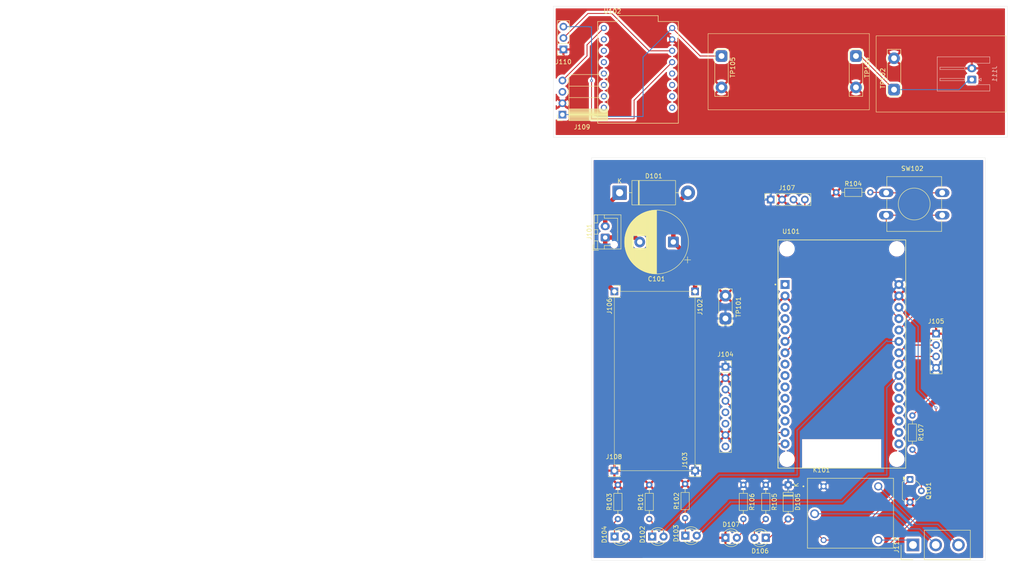
<source format=kicad_pcb>
(kicad_pcb (version 20241229) (generator "pcbnew") (generator_version "9.0")
  (title_block (date "2025-11-03"))
  (layers (0 "F.Cu" signal) (2 "B.Cu" signal) (13 "F.Paste" user) (15 "B.Paste" user) (5 "F.SilkS" user "F.Silkscreen") (7 "B.SilkS" user "B.Silkscreen") (1 "F.Mask" user) (3 "B.Mask" user) (25 "Edge.Cuts" user))
  (net 0 "")
  (net 1 "GND")
  (net 2 "VCC")
  (net 3 "D21")
  (net 4 "D22")
  (net 8 "D26")
  (net 9 "D25")
  (net 10 "D16")
  (net 11 "D17")
  (net 12 "/D27")
  (net 15 "/D13")
  (net 28 "/12V-")
  (net 29 "/12V+ DO")
  (net 30 "/12V+DI")
  (net 31 "Net-(D102-K)")
  (net 33 "Net-(D103-K)")
  (net 34 "/D33")
  (net 36 "Net-(D104-K)")
  (net 37 "Net-(R104-Pad2)")
  (net 38 "Net-(D105-A)")
  (net 39 "/D12")
  (net 49 "/VCCs")
  (net 50 "/GNDs")
  (net 52 "/4")
  (net 53 "/VCCb")
  (net 54 "/5")
  (net 55 "/3.3V")
  (net 58 "Net-(D106-A)")
  (net 59 "Net-(D107-A)")
  (net 60 "Net-(Q101-B)")
  (net 61 "D14")
  (net 62 "/NO")
  (net 63 "/NC")
  (net 64 "/COM")
  (footprint "Connector_PinSocket_2.54mm:PinSocket_1x04_P2.54mm_Vertical" (layer "F.Cu") (at 229.98 79.525 90)
    (property "Reference" "J107" (at 2.6 3.62 180) (layer "F.SilkS"))
    (property "Value" "Conn_01x04_Pin GSM")
    (pad "1" thru_hole rect (at 0 0 90) (size 1.7 1.7) (drill 1) (layers "*.Cu" "*.Mask") (net 2 "VCC"))
    (pad "2" thru_hole circle (at 0 2.54 90) (size 1.7 1.7) (drill 1) (layers "*.Cu" "*.Mask") (net 1 "GND"))
    (pad "3" thru_hole circle (at 0 5.08 90) (size 1.7 1.7) (drill 1) (layers "*.Cu" "*.Mask") (net 10 "D16"))
    (pad "4" thru_hole circle (at 0 7.62 90) (size 1.7 1.7) (drill 1) (layers "*.Cu" "*.Mask") (net 11 "D17"))
  )
  (footprint "Connector_PinSocket_2.54mm:PinSocket_1x01_P2.54mm_Vertical" (layer "F.Cu") (at 195.1 140.025)
    (property "Reference" "J108" (at -0.1 -3.1 0) (layer "F.SilkS"))
    (property "Value" "Conn_01x01_Socket BC out -")
    (pad "1" thru_hole rect (at 0 0) (size 1.7 1.7) (drill 1) (layers "*.Cu" "*.Mask") (net 1 "GND"))
  )
  (footprint "Resistor_THT:R_Axial_DIN0204_L3.6mm_D1.6mm_P7.62mm_Horizontal" (layer "F.Cu") (at 210.88 150.61 90)
    (property "Reference" "R102" (at 3.81 -1.92 90) (layer "F.SilkS"))
    (property "Value" "R")
    (pad "1" thru_hole circle (at 0 0 90) (size 1.4 1.4) (drill 0.7) (layers "*.Cu" "*.Mask") (net 33 "Net-(D103-K)"))
    (pad "2" thru_hole circle (at 7.62 0 90) (size 1.4 1.4) (drill 0.7) (layers "*.Cu" "*.Mask") (net 1 "GND"))
  )
  (footprint "Connector_PinSocket_2.54mm:PinSocket_1x08_P2.54mm_Vertical" (layer "F.Cu") (at 219.88 116.84)
    (property "Reference" "J104" (at 0 -2.77 0) (layer "F.SilkS"))
    (property "Value" "Conn_01x08_Socket MPU6050")
    (pad "1" thru_hole rect (at 0 0) (size 1.7 1.7) (drill 1) (layers "*.Cu" "*.Mask") (net 2 "VCC"))
    (pad "2" thru_hole circle (at 0 2.54) (size 1.7 1.7) (drill 1) (layers "*.Cu" "*.Mask") (net 1 "GND"))
    (pad "3" thru_hole circle (at 0 5.08) (size 1.7 1.7) (drill 1) (layers "*.Cu" "*.Mask") (net 4 "D22"))
    (pad "4" thru_hole circle (at 0 7.62) (size 1.7 1.7) (drill 1) (layers "*.Cu" "*.Mask") (net 3 "D21"))
    (pad "5" thru_hole circle (at 0 10.16) (size 1.7 1.7) (drill 1) (layers "*.Cu" "*.Mask"))
    (pad "6" thru_hole circle (at 0 12.7) (size 1.7 1.7) (drill 1) (layers "*.Cu" "*.Mask"))
    (pad "7" thru_hole circle (at 0 15.24) (size 1.7 1.7) (drill 1) (layers "*.Cu" "*.Mask") (net 1 "GND"))
    (pad "8" thru_hole circle (at 0 17.78) (size 1.7 1.7) (drill 1) (layers "*.Cu" "*.Mask"))
  )
  (footprint "Battery_Charger:Battery_Charger_TD4056_Module" (layer "F.Cu") (at 268 51 90)
    (property "Reference" "TP102" (at -1.46 -13 90) (layer "F.SilkS"))
    (property "Value" "TestPoint_2Pole Bat in")
    (pad "1" thru_hole roundrect (at -4 -10.5 90) (size 2.6 2.6) (drill 1.3) (layers "*.Cu" "*.Mask") (net 49 "/VCCs"))
    (pad "2" thru_hole circle (at 3 -10.5 90) (size 2.6 2.6) (drill 1.3) (layers "*.Cu" "*.Mask") (net 50 "/GNDs"))
  )
  (footprint "Connector_PinSocket_2.54mm:PinSocket_1x03_P2.54mm_Vertical" (layer "F.Cu") (at 183.725 46.025 180)
    (property "Reference" "J110" (at 0 -2.77 0) (layer "F.SilkS"))
    (property "Value" "Conn_01x03_Socket DHT22")
    (pad "1" thru_hole rect (at 0 0 180) (size 1.7 1.7) (drill 1) (layers "*.Cu" "*.Mask") (net 50 "/GNDs"))
    (pad "2" thru_hole circle (at 0 2.54 180) (size 1.7 1.7) (drill 1) (layers "*.Cu" "*.Mask") (net 55 "/3.3V"))
    (pad "3" thru_hole circle (at 0 5.08 180) (size 1.7 1.7) (drill 1) (layers "*.Cu" "*.Mask") (net 52 "/4"))
  )
  (footprint "LED_THT:LED_D3.0mm_Clear" (layer "F.Cu") (at 219.88 155)
    (property "Reference" "D107" (at 1.27 -2.96 0) (layer "F.SilkS"))
    (property "Value" "LED")
    (pad "1" thru_hole rect (at 0 0) (size 1.8 1.8) (drill 0.9) (layers "*.Cu" "*.Mask") (net 1 "GND"))
    (pad "2" thru_hole circle (at 2.54 0) (size 1.8 1.8) (drill 0.9) (layers "*.Cu" "*.Mask") (net 59 "Net-(D107-A)"))
  )
  (footprint "LED_THT:LED_D3.0mm_Clear" (layer "F.Cu") (at 228.88 155 180)
    (property "Reference" "D106" (at 1.27 -2.96 0) (layer "F.SilkS"))
    (property "Value" "LED")
    (pad "1" thru_hole rect (at 0 0 180) (size 1.8 1.8) (drill 0.9) (layers "*.Cu" "*.Mask") (net 38 "Net-(D105-A)"))
    (pad "2" thru_hole circle (at 2.54 0 180) (size 1.8 1.8) (drill 0.9) (layers "*.Cu" "*.Mask") (net 58 "Net-(D106-A)"))
  )
  (footprint "Resistor_THT:R_Axial_DIN0204_L3.6mm_D1.6mm_P7.62mm_Horizontal" (layer "F.Cu") (at 195.88 150.81 90)
    (property "Reference" "R103" (at 3.81 -1.92 90) (layer "F.SilkS"))
    (property "Value" "R")
    (pad "1" thru_hole circle (at 0 0 90) (size 1.4 1.4) (drill 0.7) (layers "*.Cu" "*.Mask") (net 36 "Net-(D104-K)"))
    (pad "2" thru_hole circle (at 7.62 0 90) (size 1.4 1.4) (drill 0.7) (layers "*.Cu" "*.Mask") (net 1 "GND"))
  )
  (footprint "TestPoint:TestPoint_2Pads_Pitch5.08mm_Drill1.3mm" (layer "F.Cu") (at 219.88 106.065 90)
    (property "Reference" "TP101" (at 2.54 2.9 90) (layer "F.SilkS"))
    (property "Value" "TestPoint_2Pole SIM900a PWR")
    (pad "1" thru_hole roundrect (at 0 0 90) (size 2.6 2.6) (drill 1.3) (layers "*.Cu" "*.Mask") (net 2 "VCC"))
    (pad "2" thru_hole circle (at 5.08 0 90) (size 2.6 2.6) (drill 1.3) (layers "*.Cu" "*.Mask") (net 1 "GND"))
  )
  (footprint "Resistor_THT:R_Axial_DIN0204_L3.6mm_D1.6mm_P7.62mm_Horizontal" (layer "F.Cu") (at 228.88 143.19 -90)
    (property "Reference" "R105" (at 3.81 -1.92 90) (layer "F.SilkS"))
    (property "Value" "R")
    (pad "1" thru_hole circle (at 0 0 270) (size 1.4 1.4) (drill 0.7) (layers "*.Cu" "*.Mask") (net 2 "VCC"))
    (pad "2" thru_hole circle (at 7.62 0 270) (size 1.4 1.4) (drill 0.7) (layers "*.Cu" "*.Mask") (net 58 "Net-(D106-A)"))
  )
  (footprint "LED_THT:LED_D3.0mm_Clear" (layer "F.Cu") (at 210.93 154.525)
    (property "Reference" "D103" (at -2.08 -0.5 90) (layer "F.SilkS"))
    (property "Value" "LED")
    (pad "1" thru_hole rect (at 0 0) (size 1.8 1.8) (drill 0.9) (layers "*.Cu" "*.Mask") (net 33 "Net-(D103-K)"))
    (pad "2" thru_hole circle (at 2.54 0) (size 1.8 1.8) (drill 0.9) (layers "*.Cu" "*.Mask") (net 34 "/D33"))
  )
  (footprint "Package_TO_SOT_THT:TO-92L_Wide" (layer "F.Cu") (at 261.06 141.985 -90)
    (property "Reference" "Q101" (at 2.55 -4.15 90) (layer "F.SilkS"))
    (property "Value" "NPN")
    (pad "1" thru_hole roundrect (at 0 0 270) (size 1.5 1.5) (drill 0.8) (layers "*.Cu" "*.Mask") (roundrect_rratio 0.1666666667) (net 38 "Net-(D105-A)"))
    (pad "2" thru_hole circle (at 2.54 -2.54 270) (size 1.5 1.5) (drill 0.8) (layers "*.Cu" "*.Mask") (net 60 "Net-(Q101-B)"))
    (pad "3" thru_hole circle (at 5.08 0 270) (size 1.5 1.5) (drill 0.8) (layers "*.Cu" "*.Mask") (net 1 "GND"))
  )
  (footprint "Button_Switch_THT:SW_PUSH-12mm" (layer "F.Cu") (at 255.75 78.025)
    (property "Reference" "SW102" (at 5.83 -5.41 0) (layer "F.SilkS"))
    (property "Value" "SW_Push")
    (pad "1" thru_hole oval (at 0 0) (size 3.2 1.9) (drill 1.3) (layers "*.Cu" "*.Mask") (net 37 "Net-(R104-Pad2)"))
    (pad "1" thru_hole oval (at 12.5 0) (size 3.2 1.9) (drill 1.3) (layers "*.Cu" "*.Mask") (net 37 "Net-(R104-Pad2)"))
    (pad "2" thru_hole oval (at 0 5) (size 3.2 1.9) (drill 1.3) (layers "*.Cu" "*.Mask") (net 39 "/D12"))
    (pad "2" thru_hole oval (at 12.5 5) (size 3.2 1.9) (drill 1.3) (layers "*.Cu" "*.Mask") (net 39 "/D12"))
  )
  (footprint "Connector_PinSocket_2.54mm:PinSocket_1x04_P2.54mm_Vertical" (layer "F.Cu") (at 266.88 109.46)
    (property "Reference" "J105" (at 0 -2.77 0) (layer "F.SilkS"))
    (property "Value" "Conn_01x04_Socket GPS")
    (pad "1" thru_hole rect (at 0 0) (size 1.7 1.7) (drill 1) (layers "*.Cu" "*.Mask") (net 1 "GND"))
    (pad "2" thru_hole circle (at 0 2.54) (size 1.7 1.7) (drill 1) (layers "*.Cu" "*.Mask") (net 8 "D26"))
    (pad "3" thru_hole circle (at 0 5.08) (size 1.7 1.7) (drill 1) (layers "*.Cu" "*.Mask") (net 9 "D25"))
    (pad "4" thru_hole circle (at 0 7.62) (size 1.7 1.7) (drill 1) (layers "*.Cu" "*.Mask") (net 2 "VCC"))
  )
  (footprint "TestPoint:TestPoint_2Pads_Pitch7mm_Drill1.3mm" (layer "F.Cu") (at 238.5 51.5 -90)
    (property "Reference" "TP104" (at -1.46 -13 90) (layer "F.SilkS"))
    (property "Value" "TestPoint_2Pole Boost in")
    (pad "1" thru_hole roundrect (at -4 -10.5 270) (size 2.6 2.6) (drill 1.3) (layers "*.Cu" "*.Mask") (net 49 "/VCCs"))
    (pad "2" thru_hole circle (at 3 -10.5 270) (size 2.6 2.6) (drill 1.3) (layers "*.Cu" "*.Mask") (net 50 "/GNDs"))
  )
  (footprint "Connector_PinSocket_2.54mm:PinSocket_1x01_P2.54mm_Vertical" (layer "F.Cu") (at 195.1 100.025)
    (property "Reference" "J106" (at -1.1 3.3 90) (layer "F.SilkS"))
    (property "Value" "Conn_01x01_Socket BC in-")
    (pad "1" thru_hole rect (at 0 0) (size 1.7 1.7) (drill 1) (layers "*.Cu" "*.Mask") (net 28 "/12V-"))
  )
  (footprint "Resistor_THT:R_Axial_DIN0204_L3.6mm_D1.6mm_P7.62mm_Horizontal" (layer "F.Cu") (at 261.6 127.715 -90)
    (property "Reference" "R107" (at 3.81 -1.92 90) (layer "F.SilkS"))
    (property "Value" "R")
    (pad "1" thru_hole circle (at 0 0 270) (size 1.4 1.4) (drill 0.7) (layers "*.Cu" "*.Mask") (net 61 "D14"))
    (pad "2" thru_hole circle (at 7.62 0 270) (size 1.4 1.4) (drill 0.7) (layers "*.Cu" "*.Mask") (net 60 "Net-(Q101-B)"))
  )
  (footprint "Resistor_THT:R_Axial_DIN0204_L3.6mm_D1.6mm_P7.62mm_Horizontal" (layer "F.Cu") (at 202.88 150.81 90)
    (property "Reference" "R101" (at 3.81 -1.92 90) (layer "F.SilkS"))
    (property "Value" "R")
    (pad "1" thru_hole circle (at 0 0 90) (size 1.4 1.4) (drill 0.7) (layers "*.Cu" "*.Mask") (net 31 "Net-(D102-K)"))
    (pad "2" thru_hole circle (at 7.62 0 90) (size 1.4 1.4) (drill 0.7) (layers "*.Cu" "*.Mask") (net 1 "GND"))
  )
  (footprint "Connector_PinSocket_2.54mm:PinSocket_1x01_P2.54mm_Vertical" (layer "F.Cu") (at 213.1 100.025)
    (property "Reference" "J102" (at 1.1 3.5 270) (layer "F.SilkS"))
    (property "Value" "Conn_01x01_Socket BC in+")
    (pad "1" thru_hole rect (at 0 0) (size 1.7 1.7) (drill 1) (layers "*.Cu" "*.Mask") (net 29 "/12V+ DO"))
  )
  (footprint "Resistor_THT:R_Axial_DIN0204_L3.6mm_D1.6mm_P7.62mm_Horizontal" (layer "F.Cu") (at 223.88 143.19 -90)
    (property "Reference" "R106" (at 3.81 -1.92 90) (layer "F.SilkS"))
    (property "Value" "R")
    (pad "1" thru_hole circle (at 0 0 270) (size 1.4 1.4) (drill 0.7) (layers "*.Cu" "*.Mask") (net 2 "VCC"))
    (pad "2" thru_hole circle (at 7.62 0 270) (size 1.4 1.4) (drill 0.7) (layers "*.Cu" "*.Mask") (net 59 "Net-(D107-A)"))
  )
  (footprint "ESP32-C3_SUPERMINI_TH:MODULE_ESP32-C3_SUPERMINI_TH" (layer "F.Cu") (at 200.37 51.15)
    (property "Reference" "U102" (at -5.715 -13.6525 0) (layer "F.SilkS"))
    (property "Value" "ESP32-C3_SUPERMINI_TH")
    (pad "0" thru_hole circle (at 7.62 7.88) (size 1.348 1.348) (drill 0.84) (layers "*.Cu" "*.Mask"))
    (pad "1" thru_hole circle (at 7.62 5.34) (size 1.348 1.348) (drill 0.84) (layers "*.Cu" "*.Mask"))
    (pad "2" thru_hole circle (at 7.62 2.8) (size 1.348 1.348) (drill 0.84) (layers "*.Cu" "*.Mask"))
    (pad "3" thru_hole circle (at 7.62 0.26) (size 1.348 1.348) (drill 0.84) (layers "*.Cu" "*.Mask"))
    (pad "3.3" thru_hole circle (at 7.62 -4.82) (size 1.348 1.348) (drill 0.84) (layers "*.Cu" "*.Mask") (net 55 "/3.3V"))
    (pad "4" thru_hole circle (at 7.62 -2.28) (size 1.348 1.348) (drill 0.84) (layers "*.Cu" "*.Mask") (net 52 "/4"))
    (pad "5" thru_hole circle (at -7.62 -9.9) (size 1.348 1.348) (drill 0.84) (layers "*.Cu" "*.Mask") (net 54 "/5"))
    (pad "5V" thru_hole circle (at 7.62 -9.9) (size 1.348 1.348) (drill 0.84) (layers "*.Cu" "*.Mask") (net 53 "/VCCb"))
    (pad "6" thru_hole circle (at -7.62 -7.36) (size 1.348 1.348) (drill 0.84) (layers "*.Cu" "*.Mask"))
    (pad "7" thru_hole circle (at -7.62 -4.82) (size 1.348 1.348) (drill 0.84) (layers "*.Cu" "*.Mask"))
    (pad "8" thru_hole circle (at -7.62 -2.28) (size 1.348 1.348) (drill 0.84) (layers "*.Cu" "*.Mask"))
    (pad "9" thru_hole circle (at -7.62 0.26) (size 1.348 1.348) (drill 0.84) (layers "*.Cu" "*.Mask"))
    (pad "10" thru_hole circle (at -7.62 2.8) (size 1.348 1.348) (drill 0.84) (layers "*.Cu" "*.Mask"))
    (pad "20" thru_hole circle (at -7.62 5.34) (size 1.348 1.348) (drill 0.84) (layers "*.Cu" "*.Mask"))
    (pad "21" thru_hole circle (at -7.62 7.88) (size 1.348 1.348) (drill 0.84) (layers "*.Cu" "*.Mask"))
    (pad "G" thru_hole circle (at 7.62 -7.36) (size 1.348 1.348) (drill 0.84) (layers "*.Cu" "*.Mask") (net 50 "/GNDs"))
  )
  (footprint "LED_THT:LED_D3.0mm_Clear" (layer "F.Cu") (at 203.53 154.725)
    (property "Reference" "D102" (at -2.18 -0.45 90) (layer "F.SilkS"))
    (property "Value" "LED")
    (pad "1" thru_hole rect (at 0 0) (size 1.8 1.8) (drill 0.9) (layers "*.Cu" "*.Mask") (net 31 "Net-(D102-K)"))
    (pad "2" thru_hole circle (at 2.54 0) (size 1.8 1.8) (drill 0.9) (layers "*.Cu" "*.Mask") (net 12 "/D27"))
  )
  (footprint "ESP32_Modules:MODULE_ESP32_DEVKIT_V1" (layer "F.Cu") (at 245.88 114)
    (property "Reference" "U101" (at -11.355 -27.36 0) (layer "F.SilkS"))
    (property "Value" "ESP32-DEVKIT-V1")
    (pad "" np_thru_hole circle (at -12.28 -23.475) (size 3 3) (drill 3) (layers "*.Cu" "*.Mask"))
    (pad "" np_thru_hole circle (at -12.28 23.475) (size 3 3) (drill 3) (layers "*.Cu" "*.Mask"))
    (pad "" np_thru_hole circle (at 12.23 -23.475) (size 3 3) (drill 3) (layers "*.Cu" "*.Mask"))
    (pad "" np_thru_hole circle (at 12.23 23.475) (size 3 3) (drill 3) (layers "*.Cu" "*.Mask"))
    (pad "1" thru_hole rect (at -12.7 -15.515) (size 2 2) (drill 1.02) (layers "*.Cu" "*.Mask"))
    (pad "2" thru_hole circle (at -12.7 -12.975) (size 2 2) (drill 1.02) (layers "*.Cu" "*.Mask") (net 1 "GND"))
    (pad "3" thru_hole circle (at -12.7 -10.435) (size 2 2) (drill 1.02) (layers "*.Cu" "*.Mask"))
    (pad "4" thru_hole circle (at -12.7 -7.895) (size 2 2) (drill 1.02) (layers "*.Cu" "*.Mask"))
    (pad "5" thru_hole circle (at -12.7 -5.355) (size 2 2) (drill 1.02) (layers "*.Cu" "*.Mask"))
    (pad "6" thru_hole circle (at -12.7 -2.815) (size 2 2) (drill 1.02) (layers "*.Cu" "*.Mask") (net 10 "D16"))
    (pad "7" thru_hole circle (at -12.7 -0.275) (size 2 2) (drill 1.02) (layers "*.Cu" "*.Mask") (net 11 "D17"))
    (pad "8" thru_hole circle (at -12.7 2.265) (size 2 2) (drill 1.02) (layers "*.Cu" "*.Mask"))
    (pad "9" thru_hole circle (at -12.7 4.805) (size 2 2) (drill 1.02) (layers "*.Cu" "*.Mask"))
    (pad "10" thru_hole circle (at -12.7 7.345) (size 2 2) (drill 1.02) (layers "*.Cu" "*.Mask"))
    (pad "11" thru_hole circle (at -12.7 9.885) (size 2 2) (drill 1.02) (layers "*.Cu" "*.Mask"))
    (pad "12" thru_hole circle (at -12.7 12.425) (size 2 2) (drill 1.02) (layers "*.Cu" "*.Mask"))
    (pad "13" thru_hole circle (at -12.7 14.965) (size 2 2) (drill 1.02) (layers "*.Cu" "*.Mask"))
    (pad "14" thru_hole circle (at -12.7 17.505) (size 2 2) (drill 1.02) (layers "*.Cu" "*.Mask") (net 4 "D22"))
    (pad "15" thru_hole circle (at -12.7 20.045) (size 2 2) (drill 1.02) (layers "*.Cu" "*.Mask") (net 3 "D21"))
    (pad "16" thru_hole circle (at 12.7 20.045) (size 2 2) (drill 1.02) (layers "*.Cu" "*.Mask"))
    (pad "17" thru_hole circle (at 12.7 17.505) (size 2 2) (drill 1.02) (layers "*.Cu" "*.Mask"))
    (pad "18" thru_hole circle (at 12.7 14.965) (size 2 2) (drill 1.02) (layers "*.Cu" "*.Mask"))
    (pad "19" thru_hole circle (at 12.7 12.425) (size 2 2) (drill 1.02) (layers "*.Cu" "*.Mask"))
    (pad "20" thru_hole circle (at 12.7 9.885) (size 2 2) (drill 1.02) (layers "*.Cu" "*.Mask"))
    (pad "21" thru_hole circle (at 12.7 7.345) (size 2 2) (drill 1.02) (layers "*.Cu" "*.Mask"))
    (pad "22" thru_hole circle (at 12.7 4.805) (size 2 2) (drill 1.02) (layers "*.Cu" "*.Mask") (net 34 "/D33"))
    (pad "23" thru_hole circle (at 12.7 2.265) (size 2 2) (drill 1.02) (layers "*.Cu" "*.Mask") (net 9 "D25"))
    (pad "24" thru_hole circle (at 12.7 -0.275) (size 2 2) (drill 1.02) (layers "*.Cu" "*.Mask") (net 8 "D26"))
    (pad "25" thru_hole circle (at 12.7 -2.815) (size 2 2) (drill 1.02) (layers "*.Cu" "*.Mask") (net 12 "/D27"))
    (pad "26" thru_hole circle (at 12.7 -5.355) (size 2 2) (drill 1.02) (layers "*.Cu" "*.Mask") (net 61 "D14"))
    (pad "27" thru_hole circle (at 12.7 -7.895) (size 2 2) (drill 1.02) (layers "*.Cu" "*.Mask") (net 39 "/D12"))
    (pad "28" thru_hole circle (at 12.7 -10.435) (size 2 2) (drill 1.02) (layers "*.Cu" "*.Mask") (net 15 "/D13"))
    (pad "29" thru_hole circle (at 12.7 -12.975) (size 2 2) (drill 1.02) (layers "*.Cu" "*.Mask") (net 1 "GND"))
    (pad "30" thru_hole circle (at 12.7 -15.515) (size 2 2) (drill 1.02) (layers "*.Cu" "*.Mask") (net 2 "VCC"))
    (zone (net 0) (net_name "") (layer "F.Cu") (connect_pads (clearance 0)) (min_thickness 0.01)
      (keepout (tracks not_allowed) (vias not_allowed) (pads not_allowed) (copperpour not_allowed) (footprints allowed))
      (fill (thermal_gap 0.508) (thermal_bridge_width 0.508))
      (polygon (pts (xy 236.97 132.985) (xy 254.66 132.985) (xy 254.66 139.475) (xy 236.97 139.475)))
    )
    (zone (net 0) (net_name "") (layer "B.Cu") (connect_pads (clearance 0)) (min_thickness 0.01)
      (keepout (tracks not_allowed) (vias not_allowed) (pads not_allowed) (copperpour not_allowed) (footprints allowed))
      (fill (thermal_gap 0.508) (thermal_bridge_width 0.508))
      (polygon (pts (xy 236.97 132.985) (xy 254.66 132.985) (xy 254.66 139.475) (xy 236.97 139.475)))
    )
  )
  (footprint "Connector_PinSocket_2.54mm:PinSocket_1x04_P2.54mm_Horizontal" (layer "F.Cu") (at 183.5 60.58 180)
    (property "Reference" "J109" (at -4.38 -2.77 0) (layer "F.SilkS"))
    (property "Value" "Conn_01x04_Socket MQ3")
    (pad "1" thru_hole rect (at 0 0 180) (size 1.7 1.7) (drill 1) (layers "*.Cu" "*.Mask") (net 53 "/VCCb"))
    (pad "2" thru_hole circle (at 0 2.54 180) (size 1.7 1.7) (drill 1) (layers "*.Cu" "*.Mask") (net 50 "/GNDs"))
    (pad "3" thru_hole circle (at 0 5.08 180) (size 1.7 1.7) (drill 1) (layers "*.Cu" "*.Mask"))
    (pad "4" thru_hole circle (at 0 7.62 180) (size 1.7 1.7) (drill 1) (layers "*.Cu" "*.Mask") (net 54 "/5"))
  )
  (footprint "Diode_THT:D_DO-201AD_P15.24mm_Horizontal" (layer "F.Cu") (at 196.26 78)
    (property "Reference" "D101" (at 7.62 -3.72 0) (layer "F.SilkS"))
    (property "Value" "1N5822")
    (fp_text user "K" (at 0 -2.6 0) (layer "F.SilkS"))
    (pad "1" thru_hole roundrect (at 0 0) (size 3.2 3.2) (drill 1.6) (layers "*.Cu" "*.Mask") (roundrect_rratio 0.078125) (net 30 "/12V+DI"))
    (pad "2" thru_hole circle (at 15.24 0) (size 3.2 3.2) (drill 1.6) (layers "*.Cu" "*.Mask") (net 29 "/12V+ DO"))
  )
  (footprint "Resistor_THT:R_Axial_DIN0204_L3.6mm_D1.6mm_P7.62mm_Horizontal" (layer "F.Cu") (at 244.59 77.925)
    (property "Reference" "R104" (at 3.81 -1.92 0) (layer "F.SilkS"))
    (property "Value" "R")
    (pad "1" thru_hole circle (at 0 0) (size 1.4 1.4) (drill 0.7) (layers "*.Cu" "*.Mask") (net 1 "GND"))
    (pad "2" thru_hole circle (at 7.62 0) (size 1.4 1.4) (drill 0.7) (layers "*.Cu" "*.Mask") (net 37 "Net-(R104-Pad2)"))
  )
  (footprint "TestPoint:TestPoint_2Pads_Pitch7mm_Drill1.3mm" (layer "F.Cu") (at 208.5 51.5 -90)
    (property "Reference" "TP105" (at -1.46 -13 90) (layer "F.SilkS"))
    (property "Value" "TestPoint_2Pole Boost out")
    (pad "1" thru_hole roundrect (at -4 -10.5 270) (size 2.6 2.6) (drill 1.3) (layers "*.Cu" "*.Mask") (net 53 "/VCCb"))
    (pad "2" thru_hole circle (at 3 -10.5 270) (size 2.6 2.6) (drill 1.3) (layers "*.Cu" "*.Mask") (net 50 "/GNDs"))
  )
  (footprint "Connector_Samtec_HPM_THT:Samtec_HPM-03-05-x-S_Straight_1x03_Pitch5.08mm" (layer "F.Cu") (at 261.72 156.6 90)
    (property "Reference" "J112" (at 0 -3.65 90) (layer "F.SilkS"))
    (property "Value" "Conn_01x03_Pin")
    (pad "1" thru_hole rect (at 0 0 90) (size 2.8 2.8) (drill 1.75) (layers "*.Cu" "*.Mask") (net 62 "/NO"))
    (pad "2" thru_hole circle (at 0 5.08 90) (size 2.8 2.8) (drill 1.75) (layers "*.Cu" "*.Mask") (net 64 "/COM"))
    (pad "3" thru_hole circle (at 0 10.16 90) (size 2.8 2.8) (drill 1.75) (layers "*.Cu" "*.Mask") (net 63 "/NC"))
  )
  (footprint "SRD-12VDC-SL-C:RELAY_SRD-12VDC-SL-C" (layer "F.Cu") (at 247.88 149.525)
    (property "Reference" "K101" (at -6.575 -9.635 0) (layer "F.SilkS"))
    (property "Value" "SRD-12VDC-SL-C")
    (pad "COIL1" thru_hole circle (at -6.1 -6) (size 1.308 1.308) (drill 0.8) (layers "*.Cu" "*.Mask") (net 2 "VCC"))
    (pad "COIL2" thru_hole circle (at -6.1 6) (size 1.308 1.308) (drill 0.8) (layers "*.Cu" "*.Mask") (net 38 "Net-(D105-A)"))
    (pad "COM" thru_hole circle (at -8.1 0.12) (size 1.95 1.95) (drill 1.3) (layers "*.Cu" "*.Mask") (net 64 "/COM"))
    (pad "NC" thru_hole circle (at 6.1 -6) (size 1.8 1.8) (drill 1.2) (layers "*.Cu" "*.Mask") (net 63 "/NC"))
    (pad "NO" thru_hole circle (at 6.1 6) (size 1.8 1.8) (drill 1.2) (layers "*.Cu" "*.Mask") (net 62 "/NO"))
  )
  (footprint "LED_THT:LED_D3.0mm_Clear" (layer "F.Cu") (at 195.13 154.725)
    (property "Reference" "D104" (at -2.28 -0.45 90) (layer "F.SilkS"))
    (property "Value" "LED")
    (pad "1" thru_hole rect (at 0 0) (size 1.8 1.8) (drill 0.9) (layers "*.Cu" "*.Mask") (net 36 "Net-(D104-K)"))
    (pad "2" thru_hole circle (at 2.54 0) (size 1.8 1.8) (drill 0.9) (layers "*.Cu" "*.Mask") (net 15 "/D13"))
  )
  (footprint "Diode_THT:D_DO-35_SOD27_P7.62mm_Horizontal" (layer "F.Cu") (at 233.88 143.19 -90)
    (property "Reference" "D105" (at 3.81 -2.12 90) (layer "F.SilkS"))
    (property "Value" "1N4148")
    (fp_text user "K" (at 0 -1.8 90) (layer "F.SilkS"))
    (pad "1" thru_hole roundrect (at 0 0 270) (size 1.6 1.6) (drill 0.8) (layers "*.Cu" "*.Mask") (roundrect_rratio 0.15625) (net 2 "VCC"))
    (pad "2" thru_hole circle (at 7.62 0 270) (size 1.6 1.6) (drill 0.8) (layers "*.Cu" "*.Mask") (net 38 "Net-(D105-A)"))
  )
  (footprint "Connector_JST:JST_XH_B2B-XH-AM_1x02_P2.50mm_Vertical" (layer "F.Cu") (at 193.053674 88 90)
    (property "Reference" "J101" (at 1.25 -3.55 90) (layer "F.SilkS"))
    (property "Value" "Conn_01x02_Socket Bat in")
    (pad "" np_thru_hole circle (at -1.6 2 90) (size 1.2 1.2) (drill 1.2) (layers "*.Cu" "*.Mask"))
    (pad "1" thru_hole roundrect (at 0 0 90) (size 1.7 2) (drill 1) (layers "*.Cu" "*.Mask") (roundrect_rratio 0.147059) (net 28 "/12V-"))
    (pad "2" thru_hole oval (at 2.5 0 90) (size 1.7 2) (drill 1) (layers "*.Cu" "*.Mask") (net 30 "/12V+DI"))
  )
  (footprint "Capacitor_THT:CP_Radial_D14.0mm_P7.50mm" (layer "F.Cu") (at 208.252651 89 180)
    (property "Reference" "C101" (at 3.75 -8.25 180) (layer "F.SilkS"))
    (property "Value" "C_Polarized")
    (pad "1" thru_hole roundrect (at 0 0 180) (size 2.4 2.4) (drill 1.2) (layers "*.Cu" "*.Mask") (roundrect_rratio 0.104167) (net 29 "/12V+ DO"))
    (pad "2" thru_hole circle (at 7.5 0 180) (size 2.4 2.4) (drill 1.2) (layers "*.Cu" "*.Mask") (net 28 "/12V-"))
  )
  (footprint "Connector_PinSocket_2.54mm:PinSocket_1x01_P2.54mm_Vertical" (layer "F.Cu") (at 213.1 140.025)
    (property "Reference" "J103" (at -2.3 -2.3 90) (layer "F.SilkS"))
    (property "Value" "Conn_01x01_Socket BC out +")
    (pad "1" thru_hole rect (at 0 0) (size 1.7 1.7) (drill 1) (layers "*.Cu" "*.Mask") (net 2 "VCC"))
  )
  (footprint "Connector_JST:JST_XH_S2B-XH-A-1_1x02_P2.50mm_Horizontal" (layer "B.Cu") (at 274.85 52.75 90)
    (property "Reference" "J111" (at 1.25 5.1 90) (layer "B.SilkS") (effects (justify mirror)))
    (property "Value" "Conn_01x02_Pin")
    (pad "1" thru_hole roundrect (at 0 0 90) (size 1.7 2) (drill 1) (layers "*.Cu" "*.Mask") (roundrect_rratio 0.147059) (net 49 "/VCCs"))
    (pad "2" thru_hole oval (at 2.5 0 90) (size 1.7 2) (drill 1) (layers "*.Cu" "*.Mask") (net 50 "/GNDs"))
  )
  (gr_rect (start 195.1 100.025) (end 213.1 140.025) (stroke (width 0.1)) (fill no) (layer "F.SilkS"))
  (gr_rect (start 216 42.5) (end 252 59.5) (stroke (width 0.1)) (fill no) (layer "F.SilkS"))
  (gr_rect (start 189.98 70.205) (end 277.88 160) (stroke (width 0.05)) (fill no) (layer "Edge.Cuts"))
  (gr_rect (start 181.5 36.375) (end 282.75 65.625) (stroke (width 0.05)) (fill no) (layer "Edge.Cuts"))
  (segment (start 219.88 124.46) (end 229.465 134.045) (width 0.25) (layer "F.Cu") (net 3))
  (segment (start 229.465 134.045) (end 233.18 134.045) (width 0.25) (layer "F.Cu") (net 3))
  (segment (start 229.465 131.505) (end 233.18 131.505) (width 0.25) (layer "F.Cu") (net 4))
  (segment (start 219.88 121.92) (end 229.465 131.505) (width 0.25) (layer "F.Cu") (net 4))
  (segment (start 266.88 112) (end 260.305 112) (width 0.25) (layer "F.Cu") (net 8))
  (segment (start 260.305 112) (end 258.58 113.725) (width 0.25) (layer "F.Cu") (net 8))
  (segment (start 260.305 114.54) (end 258.58 116.265) (width 0.25) (layer "F.Cu") (net 9))
  (segment (start 266.88 114.54) (end 260.305 114.54) (width 0.25) (layer "F.Cu") (net 9))
  (segment (start 235.06 79.525) (end 235.91 80.375) (width 0.25) (layer "F.Cu") (net 10))
  (segment (start 235.91 108.455) (end 233.18 111.185) (width 0.25) (layer "F.Cu") (net 10))
  (segment (start 235.91 80.375) (end 235.91 108.455) (width 0.25) (layer "F.Cu") (net 10))
  (segment (start 237.6 109.305) (end 233.18 113.725) (width 0.25) (layer "F.Cu") (net 11))
  (segment (start 237.6 79.525) (end 237.6 109.305) (width 0.25) (layer "F.Cu") (net 11))
  (segment (start 255.88 111) (end 256.065 111.185) (width 0.2) (layer "B.Cu") (net 12))
  (segment (start 206.07 154.725) (end 206.07 153.452208) (width 0.2) (layer "B.Cu") (net 12))
  (segment (start 256.065 111.185) (end 258.58 111.185) (width 0.2) (layer "B.Cu") (net 12))
  (segment (start 218.522208 141) (end 235.88 141) (width 0.2) (layer "B.Cu") (net 12))
  (segment (start 206.07 153.452208) (end 218.522208 141) (width 0.2) (layer "B.Cu") (net 12))
  (segment (start 235.88 131) (end 255.88 111) (width 0.2) (layer "B.Cu") (net 12))
  (segment (start 235.88 141) (end 235.88 131) (width 0.2) (layer "B.Cu") (net 12))
  (segment (start 266.88 127) (end 266.88 126) (width 0.2) (layer "F.Cu") (net 15))
  (segment (start 266.88 146) (end 266.88 127) (width 0.2) (layer "F.Cu") (net 15))
  (segment (start 253.88 159) (end 266.88 146) (width 0.2) (layer "F.Cu") (net 15))
  (segment (start 201.945 159) (end 253.88 159) (width 0.2) (layer "F.Cu") (net 15))
  (segment (start 197.67 154.725) (end 201.945 159) (width 0.2) (layer "F.Cu") (net 15))
  (via (at 266.88 126) (size 0.6) (drill 0.3) (layers "F.Cu" "B.Cu") (net 15))
  (segment (start 262.88 107.865) (end 258.58 103.565) (width 0.2) (layer "B.Cu") (net 15))
  (segment (start 266.88 126) (end 262.88 122) (width 0.2) (layer "B.Cu") (net 15))
  (segment (start 262.88 122) (end 262.88 107.865) (width 0.2) (layer "B.Cu") (net 15))
  (segment (start 199.752651 88) (end 193.053674 88) (width 1) (layer "F.Cu") (net 28))
  (segment (start 195.1 100.025) (end 193.053674 97.978674) (width 1) (layer "F.Cu") (net 28))
  (segment (start 200.752651 89) (end 199.752651 88) (width 1) (layer "F.Cu") (net 28))
  (segment (start 193.053674 97.978674) (end 193.053674 88) (width 1) (layer "F.Cu") (net 28))
  (segment (start 213.1 100.025) (end 213.1 93.847349) (width 1) (layer "F.Cu") (net 29))
  (segment (start 208.252651 89) (end 208.252651 81.247349) (width 1) (layer "F.Cu") (net 29))
  (segment (start 213.1 93.847349) (end 208.252651 89) (width 1) (layer "F.Cu") (net 29))
  (segment (start 208.252651 81.247349) (end 211.5 78) (width 1) (layer "F.Cu") (net 29))
  (segment (start 193.053674 85.5) (end 193.053674 81.206326) (width 1) (layer "F.Cu") (net 30))
  (segment (start 193.053674 81.206326) (end 196.26 78) (width 1) (layer "F.Cu") (net 30))
  (segment (start 203.53 151.46) (end 202.88 150.81) (width 0.2) (layer "F.Cu") (net 31))
  (segment (start 203.53 154.725) (end 203.53 151.46) (width 0.2) (layer "F.Cu") (net 31))
  (segment (start 210.93 154.525) (end 210.93 150.66) (width 0.2) (layer "F.Cu") (net 33))
  (segment (start 210.93 150.66) (end 210.88 150.61) (width 0.2) (layer "F.Cu") (net 33))
  (segment (start 245.88 147) (end 251.88 141) (width 0.2) (layer "B.Cu") (net 34))
  (segment (start 213.47 154.525) (end 220.88 147.115) (width 0.2) (layer "B.Cu") (net 34))
  (segment (start 255.88 141) (end 255.88 121.505) (width 0.2) (layer "B.Cu") (net 34))
  (segment (start 251.88 141) (end 255.88 141) (width 0.2) (layer "B.Cu") (net 34))
  (segment (start 255.88 121.505) (end 258.58 118.805) (width 0.2) (layer "B.Cu") (net 34))
  (segment (start 220.88 147.115) (end 220.88 147) (width 0.2) (layer "B.Cu") (net 34))
  (segment (start 220.88 147) (end 245.88 147) (width 0.2) (layer "B.Cu") (net 34))
  (segment (start 195.13 151.56) (end 195.88 150.81) (width 0.2) (layer "F.Cu") (net 36))
  (segment (start 195.13 154.725) (end 195.13 151.56) (width 0.2) (layer "F.Cu") (net 36))
  (segment (start 255.65 77.925) (end 255.75 78.025) (width 0.2) (layer "F.Cu") (net 37))
  (segment (start 252.21 77.925) (end 255.65 77.925) (width 0.2) (layer "F.Cu") (net 37))
  (segment (start 255.75 78.025) (end 268.25 78.025) (width 0.2) (layer "F.Cu") (net 37))
  (segment (start 255.65 77.925) (end 255.75 78.025) (width 0.25) (layer "B.Cu") (net 37))
  (segment (start 229.69 155) (end 233.88 150.81) (width 0.2) (layer "F.Cu") (net 38))
  (segment (start 228.88 155) (end 229.69 155) (width 0.2) (layer "F.Cu") (net 38))
  (segment (start 233.88 150.81) (end 237.065 150.81) (width 0.2) (layer "F.Cu") (net 38))
  (segment (start 241.78 155.525) (end 247.52 155.525) (width 0.2) (layer "F.Cu") (net 38))
  (segment (start 247.52 155.525) (end 261.06 141.985) (width 0.2) (layer "F.Cu") (net 38))
  (segment (start 237.065 150.81) (end 241.78 155.525) (width 0.2) (layer "F.Cu") (net 38))
  (segment (start 258.58 106.105) (end 255.75 103.275) (width 0.2) (layer "F.Cu") (net 39))
  (segment (start 255.75 83.025) (end 268.25 83.025) (width 0.2) (layer "F.Cu") (net 39))
  (segment (start 255.75 103.275) (end 255.75 83.025) (width 0.2) (layer "F.Cu") (net 39))
  (segment (start 250 47.5) (end 249 47.5) (width 0.2) (layer "F.Cu") (net 49))
  (segment (start 257.5 55) (end 250 47.5) (width 0.2) (layer "F.Cu") (net 49))
  (segment (start 274.5 52.5) (end 272 55) (width 0.2) (layer "B.Cu") (net 49))
  (segment (start 272 55) (end 257.5 55) (width 0.2) (layer "B.Cu") (net 49))
  (segment (start 274.85 52.75) (end 274.75 52.75) (width 0.2) (layer "B.Cu") (net 49))
  (segment (start 274.75 52.75) (end 274.5 52.5) (width 0.2) (layer "B.Cu") (net 49))
  (segment (start 199.5 61.5) (end 190 61.5) (width 0.2) (layer "F.Cu") (net 52))
  (segment (start 190 61.5) (end 190 53) (width 0.2) (layer "F.Cu") (net 52))
  (segment (start 207.99 48.87) (end 199.5 57.36) (width 0.2) (layer "F.Cu") (net 52))
  (segment (start 199.5 57.36) (end 199.5 61.5) (width 0.2) (layer "F.Cu") (net 52))
  (via (at 190 53) (size 0.6) (drill 0.3) (layers "F.Cu" "B.Cu") (net 52))
  (segment (start 190 53) (end 190 41) (width 0.2) (layer "B.Cu") (net 52))
  (segment (start 189.445 40.945) (end 183.725 40.945) (width 0.2) (layer "B.Cu") (net 52))
  (segment (start 189.5 41) (end 189.445 40.945) (width 0.2) (layer "B.Cu") (net 52))
  (segment (start 190 41) (end 189.5 41) (width 0.2) (layer "B.Cu") (net 52))
  (segment (start 214.24 47.5) (end 207.99 41.25) (width 0.2) (layer "F.Cu") (net 53))
  (segment (start 219 47.5) (end 214.24 47.5) (width 0.2) (layer "F.Cu") (net 53))
  (segment (start 207.99 41.25) (end 201.5 47.74) (width 0.2) (layer "B.Cu") (net 53))
  (segment (start 190.87 60.58) (end 191.29 61) (width 0.2) (layer "B.Cu") (net 53))
  (segment (start 201.5 61) (end 191.29 61) (width 0.2) (layer "B.Cu") (net 53))
  (segment (start 183.5 60.58) (end 190.87 60.58) (width 0.2) (layer "B.Cu") (net 53))
  (segment (start 201.5 47.74) (end 201.5 61) (width 0.2) (layer "B.Cu") (net 53))
  (segment (start 189 45) (end 189 47.46) (width 0.2) (layer "F.Cu") (net 54))
  (segment (start 192.75 41.25) (end 189 45) (width 0.2) (layer "F.Cu") (net 54))
  (segment (start 183.5 52.96) (end 189 47.46) (width 0.2) (layer "F.Cu") (net 54))
  (segment (start 194.5 38) (end 189.21 38) (width 0.2) (layer "F.Cu") (net 55))
  (segment (start 207.99 46.33) (end 202.83 46.33) (width 0.2) (layer "F.Cu") (net 55))
  (segment (start 202.83 46.33) (end 194.5 38) (width 0.2) (layer "F.Cu") (net 55))
  (segment (start 189.21 38) (end 183.725 43.485) (width 0.2) (layer "F.Cu") (net 55))
  (segment (start 226.34 153.35) (end 228.88 150.81) (width 0.2) (layer "F.Cu") (net 58))
  (segment (start 226.34 155) (end 226.34 153.35) (width 0.2) (layer "F.Cu") (net 58))
  (segment (start 223.88 153.54) (end 223.88 150.81) (width 0.2) (layer "F.Cu") (net 59))
  (segment (start 222.42 155) (end 223.88 153.54) (width 0.2) (layer "F.Cu") (net 59))
  (segment (start 263.6 137.335) (end 263.6 144.525) (width 0.2) (layer "F.Cu") (net 60))
  (segment (start 261.6 135.335) (end 263.6 137.335) (width 0.2) (layer "F.Cu") (net 60))
  (segment (start 269.88 105) (end 262.225 105) (width 0.2) (layer "F.Cu") (net 61))
  (segment (start 262.225 105) (end 258.58 108.645) (width 0.2) (layer "F.Cu") (net 61))
  (segment (start 269.88 119.435) (end 269.88 105) (width 0.2) (layer "F.Cu") (net 61))
  (segment (start 261.6 127.715) (end 269.88 119.435) (width 0.2) (layer "F.Cu") (net 61))
  (segment (start 253.98 155.525) (end 260.645 155.525) (width 0.2) (layer "B.Cu") (net 62))
  (segment (start 260.645 155.525) (end 261.72 156.6) (width 0.2) (layer "B.Cu") (net 62))
  (segment (start 267.28 152) (end 271.88 156.6) (width 0.2) (layer "B.Cu") (net 63))
  (segment (start 253.98 143.525) (end 262.455 152) (width 0.2) (layer "B.Cu") (net 63))
  (segment (start 262.455 152) (end 267.28 152) (width 0.2) (layer "B.Cu") (net 63))
  (segment (start 257.525 149.645) (end 260.88 153) (width 0.2) (layer "B.Cu") (net 64))
  (segment (start 260.88 153) (end 263.2 153) (width 0.2) (layer "B.Cu") (net 64))
  (segment (start 239.78 149.645) (end 257.525 149.645) (width 0.2) (layer "B.Cu") (net 64))
  (segment (start 263.2 153) (end 266.8 156.6) (width 0.2) (layer "B.Cu") (net 64))
  (zone (net 1) (net_name "GND") (layer "F.Cu") (priority 2) (connect_pads (clearance 0.5)) (min_thickness 0.25) (fill yes (thermal_gap 0.5) (thermal_bridge_width 0.5))
    (polygon (pts (xy 188.88 69) (xy 279.88 69) (xy 278.88 162) (xy 187.88 162)))
  )
  (zone (net 50) (net_name "/GNDs") (layer "F.Cu") (priority 1) (connect_pads (clearance 0.5)) (min_thickness 0.25) (fill yes (thermal_gap 0.5) (thermal_bridge_width 0.5))
    (polygon (pts (xy 171 66.5) (xy 286.5 67) (xy 286 35) (xy 171 35)))
  )
  (zone (net 2) (net_name "VCC") (layer "B.Cu") (priority 3) (connect_pads (clearance 0.5)) (min_thickness 0.25) (fill yes (thermal_gap 0.5) (thermal_bridge_width 0.5))
    (polygon (pts (xy 188.38 68.5) (xy 280.38 68.5) (xy 279.88 163.5) (xy 186.38 163.5)))
  )
)
</source>
